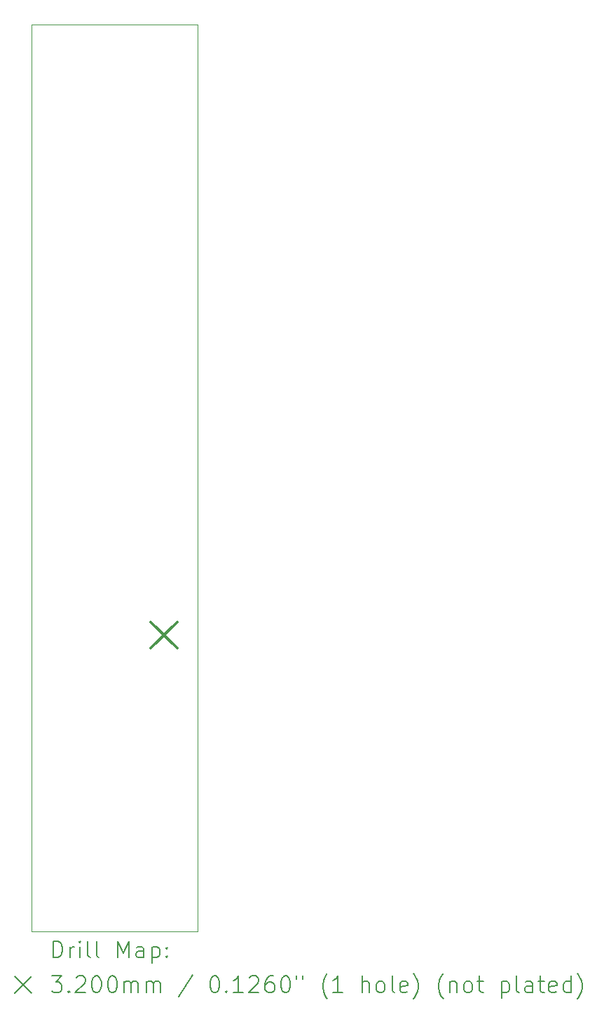
<source format=gbr>
%TF.GenerationSoftware,KiCad,Pcbnew,7.0.7-7.0.7~ubuntu22.04.1*%
%TF.CreationDate,2023-09-25T23:33:37+02:00*%
%TF.ProjectId,Basic-ADSR,42617369-632d-4414-9453-522e6b696361,rev?*%
%TF.SameCoordinates,Original*%
%TF.FileFunction,Drillmap*%
%TF.FilePolarity,Positive*%
%FSLAX45Y45*%
G04 Gerber Fmt 4.5, Leading zero omitted, Abs format (unit mm)*
G04 Created by KiCad (PCBNEW 7.0.7-7.0.7~ubuntu22.04.1) date 2023-09-25 23:33:37*
%MOMM*%
%LPD*%
G01*
G04 APERTURE LIST*
%ADD10C,0.050000*%
%ADD11C,0.200000*%
%ADD12C,0.320000*%
G04 APERTURE END LIST*
D10*
X2860000Y-3400000D02*
X4860000Y-3400000D01*
X4860000Y-3400000D02*
X4860000Y-14350000D01*
X2860000Y-3400000D02*
X2860000Y-14350000D01*
X2860000Y-14350000D02*
X4860000Y-14350000D01*
D11*
D12*
X4300000Y-10610000D02*
X4620000Y-10930000D01*
X4620000Y-10610000D02*
X4300000Y-10930000D01*
D11*
X3118277Y-14663984D02*
X3118277Y-14463984D01*
X3118277Y-14463984D02*
X3165896Y-14463984D01*
X3165896Y-14463984D02*
X3194467Y-14473508D01*
X3194467Y-14473508D02*
X3213515Y-14492555D01*
X3213515Y-14492555D02*
X3223039Y-14511603D01*
X3223039Y-14511603D02*
X3232562Y-14549698D01*
X3232562Y-14549698D02*
X3232562Y-14578269D01*
X3232562Y-14578269D02*
X3223039Y-14616365D01*
X3223039Y-14616365D02*
X3213515Y-14635412D01*
X3213515Y-14635412D02*
X3194467Y-14654460D01*
X3194467Y-14654460D02*
X3165896Y-14663984D01*
X3165896Y-14663984D02*
X3118277Y-14663984D01*
X3318277Y-14663984D02*
X3318277Y-14530650D01*
X3318277Y-14568746D02*
X3327801Y-14549698D01*
X3327801Y-14549698D02*
X3337324Y-14540174D01*
X3337324Y-14540174D02*
X3356372Y-14530650D01*
X3356372Y-14530650D02*
X3375420Y-14530650D01*
X3442086Y-14663984D02*
X3442086Y-14530650D01*
X3442086Y-14463984D02*
X3432562Y-14473508D01*
X3432562Y-14473508D02*
X3442086Y-14483031D01*
X3442086Y-14483031D02*
X3451610Y-14473508D01*
X3451610Y-14473508D02*
X3442086Y-14463984D01*
X3442086Y-14463984D02*
X3442086Y-14483031D01*
X3565896Y-14663984D02*
X3546848Y-14654460D01*
X3546848Y-14654460D02*
X3537324Y-14635412D01*
X3537324Y-14635412D02*
X3537324Y-14463984D01*
X3670658Y-14663984D02*
X3651610Y-14654460D01*
X3651610Y-14654460D02*
X3642086Y-14635412D01*
X3642086Y-14635412D02*
X3642086Y-14463984D01*
X3899229Y-14663984D02*
X3899229Y-14463984D01*
X3899229Y-14463984D02*
X3965896Y-14606841D01*
X3965896Y-14606841D02*
X4032562Y-14463984D01*
X4032562Y-14463984D02*
X4032562Y-14663984D01*
X4213515Y-14663984D02*
X4213515Y-14559222D01*
X4213515Y-14559222D02*
X4203991Y-14540174D01*
X4203991Y-14540174D02*
X4184943Y-14530650D01*
X4184943Y-14530650D02*
X4146848Y-14530650D01*
X4146848Y-14530650D02*
X4127801Y-14540174D01*
X4213515Y-14654460D02*
X4194467Y-14663984D01*
X4194467Y-14663984D02*
X4146848Y-14663984D01*
X4146848Y-14663984D02*
X4127801Y-14654460D01*
X4127801Y-14654460D02*
X4118277Y-14635412D01*
X4118277Y-14635412D02*
X4118277Y-14616365D01*
X4118277Y-14616365D02*
X4127801Y-14597317D01*
X4127801Y-14597317D02*
X4146848Y-14587793D01*
X4146848Y-14587793D02*
X4194467Y-14587793D01*
X4194467Y-14587793D02*
X4213515Y-14578269D01*
X4308753Y-14530650D02*
X4308753Y-14730650D01*
X4308753Y-14540174D02*
X4327801Y-14530650D01*
X4327801Y-14530650D02*
X4365896Y-14530650D01*
X4365896Y-14530650D02*
X4384944Y-14540174D01*
X4384944Y-14540174D02*
X4394467Y-14549698D01*
X4394467Y-14549698D02*
X4403991Y-14568746D01*
X4403991Y-14568746D02*
X4403991Y-14625888D01*
X4403991Y-14625888D02*
X4394467Y-14644936D01*
X4394467Y-14644936D02*
X4384944Y-14654460D01*
X4384944Y-14654460D02*
X4365896Y-14663984D01*
X4365896Y-14663984D02*
X4327801Y-14663984D01*
X4327801Y-14663984D02*
X4308753Y-14654460D01*
X4489705Y-14644936D02*
X4499229Y-14654460D01*
X4499229Y-14654460D02*
X4489705Y-14663984D01*
X4489705Y-14663984D02*
X4480182Y-14654460D01*
X4480182Y-14654460D02*
X4489705Y-14644936D01*
X4489705Y-14644936D02*
X4489705Y-14663984D01*
X4489705Y-14540174D02*
X4499229Y-14549698D01*
X4499229Y-14549698D02*
X4489705Y-14559222D01*
X4489705Y-14559222D02*
X4480182Y-14549698D01*
X4480182Y-14549698D02*
X4489705Y-14540174D01*
X4489705Y-14540174D02*
X4489705Y-14559222D01*
X2657500Y-14892500D02*
X2857500Y-15092500D01*
X2857500Y-14892500D02*
X2657500Y-15092500D01*
X3099229Y-14883984D02*
X3223039Y-14883984D01*
X3223039Y-14883984D02*
X3156372Y-14960174D01*
X3156372Y-14960174D02*
X3184943Y-14960174D01*
X3184943Y-14960174D02*
X3203991Y-14969698D01*
X3203991Y-14969698D02*
X3213515Y-14979222D01*
X3213515Y-14979222D02*
X3223039Y-14998269D01*
X3223039Y-14998269D02*
X3223039Y-15045888D01*
X3223039Y-15045888D02*
X3213515Y-15064936D01*
X3213515Y-15064936D02*
X3203991Y-15074460D01*
X3203991Y-15074460D02*
X3184943Y-15083984D01*
X3184943Y-15083984D02*
X3127801Y-15083984D01*
X3127801Y-15083984D02*
X3108753Y-15074460D01*
X3108753Y-15074460D02*
X3099229Y-15064936D01*
X3308753Y-15064936D02*
X3318277Y-15074460D01*
X3318277Y-15074460D02*
X3308753Y-15083984D01*
X3308753Y-15083984D02*
X3299229Y-15074460D01*
X3299229Y-15074460D02*
X3308753Y-15064936D01*
X3308753Y-15064936D02*
X3308753Y-15083984D01*
X3394467Y-14903031D02*
X3403991Y-14893508D01*
X3403991Y-14893508D02*
X3423039Y-14883984D01*
X3423039Y-14883984D02*
X3470658Y-14883984D01*
X3470658Y-14883984D02*
X3489705Y-14893508D01*
X3489705Y-14893508D02*
X3499229Y-14903031D01*
X3499229Y-14903031D02*
X3508753Y-14922079D01*
X3508753Y-14922079D02*
X3508753Y-14941127D01*
X3508753Y-14941127D02*
X3499229Y-14969698D01*
X3499229Y-14969698D02*
X3384943Y-15083984D01*
X3384943Y-15083984D02*
X3508753Y-15083984D01*
X3632562Y-14883984D02*
X3651610Y-14883984D01*
X3651610Y-14883984D02*
X3670658Y-14893508D01*
X3670658Y-14893508D02*
X3680182Y-14903031D01*
X3680182Y-14903031D02*
X3689705Y-14922079D01*
X3689705Y-14922079D02*
X3699229Y-14960174D01*
X3699229Y-14960174D02*
X3699229Y-15007793D01*
X3699229Y-15007793D02*
X3689705Y-15045888D01*
X3689705Y-15045888D02*
X3680182Y-15064936D01*
X3680182Y-15064936D02*
X3670658Y-15074460D01*
X3670658Y-15074460D02*
X3651610Y-15083984D01*
X3651610Y-15083984D02*
X3632562Y-15083984D01*
X3632562Y-15083984D02*
X3613515Y-15074460D01*
X3613515Y-15074460D02*
X3603991Y-15064936D01*
X3603991Y-15064936D02*
X3594467Y-15045888D01*
X3594467Y-15045888D02*
X3584943Y-15007793D01*
X3584943Y-15007793D02*
X3584943Y-14960174D01*
X3584943Y-14960174D02*
X3594467Y-14922079D01*
X3594467Y-14922079D02*
X3603991Y-14903031D01*
X3603991Y-14903031D02*
X3613515Y-14893508D01*
X3613515Y-14893508D02*
X3632562Y-14883984D01*
X3823039Y-14883984D02*
X3842086Y-14883984D01*
X3842086Y-14883984D02*
X3861134Y-14893508D01*
X3861134Y-14893508D02*
X3870658Y-14903031D01*
X3870658Y-14903031D02*
X3880182Y-14922079D01*
X3880182Y-14922079D02*
X3889705Y-14960174D01*
X3889705Y-14960174D02*
X3889705Y-15007793D01*
X3889705Y-15007793D02*
X3880182Y-15045888D01*
X3880182Y-15045888D02*
X3870658Y-15064936D01*
X3870658Y-15064936D02*
X3861134Y-15074460D01*
X3861134Y-15074460D02*
X3842086Y-15083984D01*
X3842086Y-15083984D02*
X3823039Y-15083984D01*
X3823039Y-15083984D02*
X3803991Y-15074460D01*
X3803991Y-15074460D02*
X3794467Y-15064936D01*
X3794467Y-15064936D02*
X3784943Y-15045888D01*
X3784943Y-15045888D02*
X3775420Y-15007793D01*
X3775420Y-15007793D02*
X3775420Y-14960174D01*
X3775420Y-14960174D02*
X3784943Y-14922079D01*
X3784943Y-14922079D02*
X3794467Y-14903031D01*
X3794467Y-14903031D02*
X3803991Y-14893508D01*
X3803991Y-14893508D02*
X3823039Y-14883984D01*
X3975420Y-15083984D02*
X3975420Y-14950650D01*
X3975420Y-14969698D02*
X3984943Y-14960174D01*
X3984943Y-14960174D02*
X4003991Y-14950650D01*
X4003991Y-14950650D02*
X4032563Y-14950650D01*
X4032563Y-14950650D02*
X4051610Y-14960174D01*
X4051610Y-14960174D02*
X4061134Y-14979222D01*
X4061134Y-14979222D02*
X4061134Y-15083984D01*
X4061134Y-14979222D02*
X4070658Y-14960174D01*
X4070658Y-14960174D02*
X4089705Y-14950650D01*
X4089705Y-14950650D02*
X4118277Y-14950650D01*
X4118277Y-14950650D02*
X4137324Y-14960174D01*
X4137324Y-14960174D02*
X4146848Y-14979222D01*
X4146848Y-14979222D02*
X4146848Y-15083984D01*
X4242086Y-15083984D02*
X4242086Y-14950650D01*
X4242086Y-14969698D02*
X4251610Y-14960174D01*
X4251610Y-14960174D02*
X4270658Y-14950650D01*
X4270658Y-14950650D02*
X4299229Y-14950650D01*
X4299229Y-14950650D02*
X4318277Y-14960174D01*
X4318277Y-14960174D02*
X4327801Y-14979222D01*
X4327801Y-14979222D02*
X4327801Y-15083984D01*
X4327801Y-14979222D02*
X4337325Y-14960174D01*
X4337325Y-14960174D02*
X4356372Y-14950650D01*
X4356372Y-14950650D02*
X4384944Y-14950650D01*
X4384944Y-14950650D02*
X4403991Y-14960174D01*
X4403991Y-14960174D02*
X4413515Y-14979222D01*
X4413515Y-14979222D02*
X4413515Y-15083984D01*
X4803991Y-14874460D02*
X4632563Y-15131603D01*
X5061134Y-14883984D02*
X5080182Y-14883984D01*
X5080182Y-14883984D02*
X5099229Y-14893508D01*
X5099229Y-14893508D02*
X5108753Y-14903031D01*
X5108753Y-14903031D02*
X5118277Y-14922079D01*
X5118277Y-14922079D02*
X5127801Y-14960174D01*
X5127801Y-14960174D02*
X5127801Y-15007793D01*
X5127801Y-15007793D02*
X5118277Y-15045888D01*
X5118277Y-15045888D02*
X5108753Y-15064936D01*
X5108753Y-15064936D02*
X5099229Y-15074460D01*
X5099229Y-15074460D02*
X5080182Y-15083984D01*
X5080182Y-15083984D02*
X5061134Y-15083984D01*
X5061134Y-15083984D02*
X5042087Y-15074460D01*
X5042087Y-15074460D02*
X5032563Y-15064936D01*
X5032563Y-15064936D02*
X5023039Y-15045888D01*
X5023039Y-15045888D02*
X5013515Y-15007793D01*
X5013515Y-15007793D02*
X5013515Y-14960174D01*
X5013515Y-14960174D02*
X5023039Y-14922079D01*
X5023039Y-14922079D02*
X5032563Y-14903031D01*
X5032563Y-14903031D02*
X5042087Y-14893508D01*
X5042087Y-14893508D02*
X5061134Y-14883984D01*
X5213515Y-15064936D02*
X5223039Y-15074460D01*
X5223039Y-15074460D02*
X5213515Y-15083984D01*
X5213515Y-15083984D02*
X5203991Y-15074460D01*
X5203991Y-15074460D02*
X5213515Y-15064936D01*
X5213515Y-15064936D02*
X5213515Y-15083984D01*
X5413515Y-15083984D02*
X5299229Y-15083984D01*
X5356372Y-15083984D02*
X5356372Y-14883984D01*
X5356372Y-14883984D02*
X5337325Y-14912555D01*
X5337325Y-14912555D02*
X5318277Y-14931603D01*
X5318277Y-14931603D02*
X5299229Y-14941127D01*
X5489706Y-14903031D02*
X5499229Y-14893508D01*
X5499229Y-14893508D02*
X5518277Y-14883984D01*
X5518277Y-14883984D02*
X5565896Y-14883984D01*
X5565896Y-14883984D02*
X5584944Y-14893508D01*
X5584944Y-14893508D02*
X5594467Y-14903031D01*
X5594467Y-14903031D02*
X5603991Y-14922079D01*
X5603991Y-14922079D02*
X5603991Y-14941127D01*
X5603991Y-14941127D02*
X5594467Y-14969698D01*
X5594467Y-14969698D02*
X5480182Y-15083984D01*
X5480182Y-15083984D02*
X5603991Y-15083984D01*
X5775420Y-14883984D02*
X5737325Y-14883984D01*
X5737325Y-14883984D02*
X5718277Y-14893508D01*
X5718277Y-14893508D02*
X5708753Y-14903031D01*
X5708753Y-14903031D02*
X5689706Y-14931603D01*
X5689706Y-14931603D02*
X5680182Y-14969698D01*
X5680182Y-14969698D02*
X5680182Y-15045888D01*
X5680182Y-15045888D02*
X5689706Y-15064936D01*
X5689706Y-15064936D02*
X5699229Y-15074460D01*
X5699229Y-15074460D02*
X5718277Y-15083984D01*
X5718277Y-15083984D02*
X5756372Y-15083984D01*
X5756372Y-15083984D02*
X5775420Y-15074460D01*
X5775420Y-15074460D02*
X5784944Y-15064936D01*
X5784944Y-15064936D02*
X5794467Y-15045888D01*
X5794467Y-15045888D02*
X5794467Y-14998269D01*
X5794467Y-14998269D02*
X5784944Y-14979222D01*
X5784944Y-14979222D02*
X5775420Y-14969698D01*
X5775420Y-14969698D02*
X5756372Y-14960174D01*
X5756372Y-14960174D02*
X5718277Y-14960174D01*
X5718277Y-14960174D02*
X5699229Y-14969698D01*
X5699229Y-14969698D02*
X5689706Y-14979222D01*
X5689706Y-14979222D02*
X5680182Y-14998269D01*
X5918277Y-14883984D02*
X5937325Y-14883984D01*
X5937325Y-14883984D02*
X5956372Y-14893508D01*
X5956372Y-14893508D02*
X5965896Y-14903031D01*
X5965896Y-14903031D02*
X5975420Y-14922079D01*
X5975420Y-14922079D02*
X5984944Y-14960174D01*
X5984944Y-14960174D02*
X5984944Y-15007793D01*
X5984944Y-15007793D02*
X5975420Y-15045888D01*
X5975420Y-15045888D02*
X5965896Y-15064936D01*
X5965896Y-15064936D02*
X5956372Y-15074460D01*
X5956372Y-15074460D02*
X5937325Y-15083984D01*
X5937325Y-15083984D02*
X5918277Y-15083984D01*
X5918277Y-15083984D02*
X5899229Y-15074460D01*
X5899229Y-15074460D02*
X5889706Y-15064936D01*
X5889706Y-15064936D02*
X5880182Y-15045888D01*
X5880182Y-15045888D02*
X5870658Y-15007793D01*
X5870658Y-15007793D02*
X5870658Y-14960174D01*
X5870658Y-14960174D02*
X5880182Y-14922079D01*
X5880182Y-14922079D02*
X5889706Y-14903031D01*
X5889706Y-14903031D02*
X5899229Y-14893508D01*
X5899229Y-14893508D02*
X5918277Y-14883984D01*
X6061134Y-14883984D02*
X6061134Y-14922079D01*
X6137325Y-14883984D02*
X6137325Y-14922079D01*
X6432563Y-15160174D02*
X6423039Y-15150650D01*
X6423039Y-15150650D02*
X6403991Y-15122079D01*
X6403991Y-15122079D02*
X6394468Y-15103031D01*
X6394468Y-15103031D02*
X6384944Y-15074460D01*
X6384944Y-15074460D02*
X6375420Y-15026841D01*
X6375420Y-15026841D02*
X6375420Y-14988746D01*
X6375420Y-14988746D02*
X6384944Y-14941127D01*
X6384944Y-14941127D02*
X6394468Y-14912555D01*
X6394468Y-14912555D02*
X6403991Y-14893508D01*
X6403991Y-14893508D02*
X6423039Y-14864936D01*
X6423039Y-14864936D02*
X6432563Y-14855412D01*
X6613515Y-15083984D02*
X6499229Y-15083984D01*
X6556372Y-15083984D02*
X6556372Y-14883984D01*
X6556372Y-14883984D02*
X6537325Y-14912555D01*
X6537325Y-14912555D02*
X6518277Y-14931603D01*
X6518277Y-14931603D02*
X6499229Y-14941127D01*
X6851610Y-15083984D02*
X6851610Y-14883984D01*
X6937325Y-15083984D02*
X6937325Y-14979222D01*
X6937325Y-14979222D02*
X6927801Y-14960174D01*
X6927801Y-14960174D02*
X6908753Y-14950650D01*
X6908753Y-14950650D02*
X6880182Y-14950650D01*
X6880182Y-14950650D02*
X6861134Y-14960174D01*
X6861134Y-14960174D02*
X6851610Y-14969698D01*
X7061134Y-15083984D02*
X7042087Y-15074460D01*
X7042087Y-15074460D02*
X7032563Y-15064936D01*
X7032563Y-15064936D02*
X7023039Y-15045888D01*
X7023039Y-15045888D02*
X7023039Y-14988746D01*
X7023039Y-14988746D02*
X7032563Y-14969698D01*
X7032563Y-14969698D02*
X7042087Y-14960174D01*
X7042087Y-14960174D02*
X7061134Y-14950650D01*
X7061134Y-14950650D02*
X7089706Y-14950650D01*
X7089706Y-14950650D02*
X7108753Y-14960174D01*
X7108753Y-14960174D02*
X7118277Y-14969698D01*
X7118277Y-14969698D02*
X7127801Y-14988746D01*
X7127801Y-14988746D02*
X7127801Y-15045888D01*
X7127801Y-15045888D02*
X7118277Y-15064936D01*
X7118277Y-15064936D02*
X7108753Y-15074460D01*
X7108753Y-15074460D02*
X7089706Y-15083984D01*
X7089706Y-15083984D02*
X7061134Y-15083984D01*
X7242087Y-15083984D02*
X7223039Y-15074460D01*
X7223039Y-15074460D02*
X7213515Y-15055412D01*
X7213515Y-15055412D02*
X7213515Y-14883984D01*
X7394468Y-15074460D02*
X7375420Y-15083984D01*
X7375420Y-15083984D02*
X7337325Y-15083984D01*
X7337325Y-15083984D02*
X7318277Y-15074460D01*
X7318277Y-15074460D02*
X7308753Y-15055412D01*
X7308753Y-15055412D02*
X7308753Y-14979222D01*
X7308753Y-14979222D02*
X7318277Y-14960174D01*
X7318277Y-14960174D02*
X7337325Y-14950650D01*
X7337325Y-14950650D02*
X7375420Y-14950650D01*
X7375420Y-14950650D02*
X7394468Y-14960174D01*
X7394468Y-14960174D02*
X7403991Y-14979222D01*
X7403991Y-14979222D02*
X7403991Y-14998269D01*
X7403991Y-14998269D02*
X7308753Y-15017317D01*
X7470658Y-15160174D02*
X7480182Y-15150650D01*
X7480182Y-15150650D02*
X7499230Y-15122079D01*
X7499230Y-15122079D02*
X7508753Y-15103031D01*
X7508753Y-15103031D02*
X7518277Y-15074460D01*
X7518277Y-15074460D02*
X7527801Y-15026841D01*
X7527801Y-15026841D02*
X7527801Y-14988746D01*
X7527801Y-14988746D02*
X7518277Y-14941127D01*
X7518277Y-14941127D02*
X7508753Y-14912555D01*
X7508753Y-14912555D02*
X7499230Y-14893508D01*
X7499230Y-14893508D02*
X7480182Y-14864936D01*
X7480182Y-14864936D02*
X7470658Y-14855412D01*
X7832563Y-15160174D02*
X7823039Y-15150650D01*
X7823039Y-15150650D02*
X7803991Y-15122079D01*
X7803991Y-15122079D02*
X7794468Y-15103031D01*
X7794468Y-15103031D02*
X7784944Y-15074460D01*
X7784944Y-15074460D02*
X7775420Y-15026841D01*
X7775420Y-15026841D02*
X7775420Y-14988746D01*
X7775420Y-14988746D02*
X7784944Y-14941127D01*
X7784944Y-14941127D02*
X7794468Y-14912555D01*
X7794468Y-14912555D02*
X7803991Y-14893508D01*
X7803991Y-14893508D02*
X7823039Y-14864936D01*
X7823039Y-14864936D02*
X7832563Y-14855412D01*
X7908753Y-14950650D02*
X7908753Y-15083984D01*
X7908753Y-14969698D02*
X7918277Y-14960174D01*
X7918277Y-14960174D02*
X7937325Y-14950650D01*
X7937325Y-14950650D02*
X7965896Y-14950650D01*
X7965896Y-14950650D02*
X7984944Y-14960174D01*
X7984944Y-14960174D02*
X7994468Y-14979222D01*
X7994468Y-14979222D02*
X7994468Y-15083984D01*
X8118277Y-15083984D02*
X8099230Y-15074460D01*
X8099230Y-15074460D02*
X8089706Y-15064936D01*
X8089706Y-15064936D02*
X8080182Y-15045888D01*
X8080182Y-15045888D02*
X8080182Y-14988746D01*
X8080182Y-14988746D02*
X8089706Y-14969698D01*
X8089706Y-14969698D02*
X8099230Y-14960174D01*
X8099230Y-14960174D02*
X8118277Y-14950650D01*
X8118277Y-14950650D02*
X8146849Y-14950650D01*
X8146849Y-14950650D02*
X8165896Y-14960174D01*
X8165896Y-14960174D02*
X8175420Y-14969698D01*
X8175420Y-14969698D02*
X8184944Y-14988746D01*
X8184944Y-14988746D02*
X8184944Y-15045888D01*
X8184944Y-15045888D02*
X8175420Y-15064936D01*
X8175420Y-15064936D02*
X8165896Y-15074460D01*
X8165896Y-15074460D02*
X8146849Y-15083984D01*
X8146849Y-15083984D02*
X8118277Y-15083984D01*
X8242087Y-14950650D02*
X8318277Y-14950650D01*
X8270658Y-14883984D02*
X8270658Y-15055412D01*
X8270658Y-15055412D02*
X8280182Y-15074460D01*
X8280182Y-15074460D02*
X8299230Y-15083984D01*
X8299230Y-15083984D02*
X8318277Y-15083984D01*
X8537325Y-14950650D02*
X8537325Y-15150650D01*
X8537325Y-14960174D02*
X8556373Y-14950650D01*
X8556373Y-14950650D02*
X8594468Y-14950650D01*
X8594468Y-14950650D02*
X8613515Y-14960174D01*
X8613515Y-14960174D02*
X8623039Y-14969698D01*
X8623039Y-14969698D02*
X8632563Y-14988746D01*
X8632563Y-14988746D02*
X8632563Y-15045888D01*
X8632563Y-15045888D02*
X8623039Y-15064936D01*
X8623039Y-15064936D02*
X8613515Y-15074460D01*
X8613515Y-15074460D02*
X8594468Y-15083984D01*
X8594468Y-15083984D02*
X8556373Y-15083984D01*
X8556373Y-15083984D02*
X8537325Y-15074460D01*
X8746849Y-15083984D02*
X8727801Y-15074460D01*
X8727801Y-15074460D02*
X8718277Y-15055412D01*
X8718277Y-15055412D02*
X8718277Y-14883984D01*
X8908754Y-15083984D02*
X8908754Y-14979222D01*
X8908754Y-14979222D02*
X8899230Y-14960174D01*
X8899230Y-14960174D02*
X8880182Y-14950650D01*
X8880182Y-14950650D02*
X8842087Y-14950650D01*
X8842087Y-14950650D02*
X8823039Y-14960174D01*
X8908754Y-15074460D02*
X8889706Y-15083984D01*
X8889706Y-15083984D02*
X8842087Y-15083984D01*
X8842087Y-15083984D02*
X8823039Y-15074460D01*
X8823039Y-15074460D02*
X8813515Y-15055412D01*
X8813515Y-15055412D02*
X8813515Y-15036365D01*
X8813515Y-15036365D02*
X8823039Y-15017317D01*
X8823039Y-15017317D02*
X8842087Y-15007793D01*
X8842087Y-15007793D02*
X8889706Y-15007793D01*
X8889706Y-15007793D02*
X8908754Y-14998269D01*
X8975420Y-14950650D02*
X9051611Y-14950650D01*
X9003992Y-14883984D02*
X9003992Y-15055412D01*
X9003992Y-15055412D02*
X9013515Y-15074460D01*
X9013515Y-15074460D02*
X9032563Y-15083984D01*
X9032563Y-15083984D02*
X9051611Y-15083984D01*
X9194468Y-15074460D02*
X9175420Y-15083984D01*
X9175420Y-15083984D02*
X9137325Y-15083984D01*
X9137325Y-15083984D02*
X9118277Y-15074460D01*
X9118277Y-15074460D02*
X9108754Y-15055412D01*
X9108754Y-15055412D02*
X9108754Y-14979222D01*
X9108754Y-14979222D02*
X9118277Y-14960174D01*
X9118277Y-14960174D02*
X9137325Y-14950650D01*
X9137325Y-14950650D02*
X9175420Y-14950650D01*
X9175420Y-14950650D02*
X9194468Y-14960174D01*
X9194468Y-14960174D02*
X9203992Y-14979222D01*
X9203992Y-14979222D02*
X9203992Y-14998269D01*
X9203992Y-14998269D02*
X9108754Y-15017317D01*
X9375420Y-15083984D02*
X9375420Y-14883984D01*
X9375420Y-15074460D02*
X9356373Y-15083984D01*
X9356373Y-15083984D02*
X9318277Y-15083984D01*
X9318277Y-15083984D02*
X9299230Y-15074460D01*
X9299230Y-15074460D02*
X9289706Y-15064936D01*
X9289706Y-15064936D02*
X9280182Y-15045888D01*
X9280182Y-15045888D02*
X9280182Y-14988746D01*
X9280182Y-14988746D02*
X9289706Y-14969698D01*
X9289706Y-14969698D02*
X9299230Y-14960174D01*
X9299230Y-14960174D02*
X9318277Y-14950650D01*
X9318277Y-14950650D02*
X9356373Y-14950650D01*
X9356373Y-14950650D02*
X9375420Y-14960174D01*
X9451611Y-15160174D02*
X9461135Y-15150650D01*
X9461135Y-15150650D02*
X9480182Y-15122079D01*
X9480182Y-15122079D02*
X9489706Y-15103031D01*
X9489706Y-15103031D02*
X9499230Y-15074460D01*
X9499230Y-15074460D02*
X9508754Y-15026841D01*
X9508754Y-15026841D02*
X9508754Y-14988746D01*
X9508754Y-14988746D02*
X9499230Y-14941127D01*
X9499230Y-14941127D02*
X9489706Y-14912555D01*
X9489706Y-14912555D02*
X9480182Y-14893508D01*
X9480182Y-14893508D02*
X9461135Y-14864936D01*
X9461135Y-14864936D02*
X9451611Y-14855412D01*
M02*

</source>
